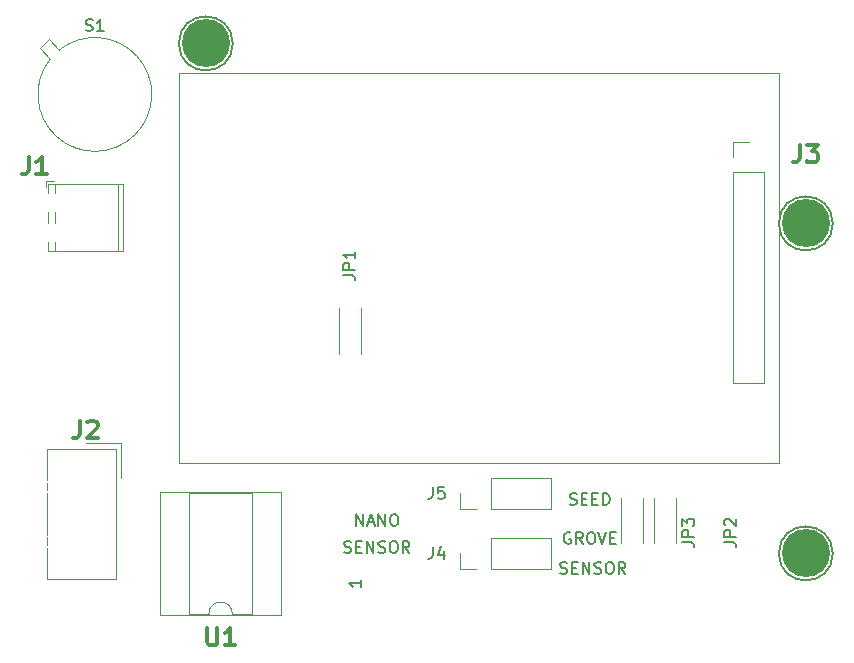
<source format=gbr>
%TF.GenerationSoftware,KiCad,Pcbnew,(6.0.0-rc1-120-ge56e61ffb5)*%
%TF.CreationDate,2022-01-08T17:43:00+01:00*%
%TF.ProjectId,shield_gas_sensor,73686965-6c64-45f6-9761-735f73656e73,1.0*%
%TF.SameCoordinates,Original*%
%TF.FileFunction,Legend,Top*%
%TF.FilePolarity,Positive*%
%FSLAX46Y46*%
G04 Gerber Fmt 4.6, Leading zero omitted, Abs format (unit mm)*
G04 Created by KiCad (PCBNEW (6.0.0-rc1-120-ge56e61ffb5)) date 2022-01-08 17:43:00*
%MOMM*%
%LPD*%
G01*
G04 APERTURE LIST*
%ADD10C,0.150000*%
%ADD11C,0.300000*%
%ADD12C,0.120000*%
%ADD13C,4.064000*%
G04 APERTURE END LIST*
D10*
X137954095Y-118641761D02*
X138096952Y-118689380D01*
X138335047Y-118689380D01*
X138430285Y-118641761D01*
X138477904Y-118594142D01*
X138525523Y-118498904D01*
X138525523Y-118403666D01*
X138477904Y-118308428D01*
X138430285Y-118260809D01*
X138335047Y-118213190D01*
X138144571Y-118165571D01*
X138049333Y-118117952D01*
X138001714Y-118070333D01*
X137954095Y-117975095D01*
X137954095Y-117879857D01*
X138001714Y-117784619D01*
X138049333Y-117737000D01*
X138144571Y-117689380D01*
X138382666Y-117689380D01*
X138525523Y-117737000D01*
X138954095Y-118165571D02*
X139287428Y-118165571D01*
X139430285Y-118689380D02*
X138954095Y-118689380D01*
X138954095Y-117689380D01*
X139430285Y-117689380D01*
X139858857Y-118689380D02*
X139858857Y-117689380D01*
X140430285Y-118689380D01*
X140430285Y-117689380D01*
X140858857Y-118641761D02*
X141001714Y-118689380D01*
X141239809Y-118689380D01*
X141335047Y-118641761D01*
X141382666Y-118594142D01*
X141430285Y-118498904D01*
X141430285Y-118403666D01*
X141382666Y-118308428D01*
X141335047Y-118260809D01*
X141239809Y-118213190D01*
X141049333Y-118165571D01*
X140954095Y-118117952D01*
X140906476Y-118070333D01*
X140858857Y-117975095D01*
X140858857Y-117879857D01*
X140906476Y-117784619D01*
X140954095Y-117737000D01*
X141049333Y-117689380D01*
X141287428Y-117689380D01*
X141430285Y-117737000D01*
X142049333Y-117689380D02*
X142239809Y-117689380D01*
X142335047Y-117737000D01*
X142430285Y-117832238D01*
X142477904Y-118022714D01*
X142477904Y-118356047D01*
X142430285Y-118546523D01*
X142335047Y-118641761D01*
X142239809Y-118689380D01*
X142049333Y-118689380D01*
X141954095Y-118641761D01*
X141858857Y-118546523D01*
X141811238Y-118356047D01*
X141811238Y-118022714D01*
X141858857Y-117832238D01*
X141954095Y-117737000D01*
X142049333Y-117689380D01*
X143477904Y-118689380D02*
X143144571Y-118213190D01*
X142906476Y-118689380D02*
X142906476Y-117689380D01*
X143287428Y-117689380D01*
X143382666Y-117737000D01*
X143430285Y-117784619D01*
X143477904Y-117879857D01*
X143477904Y-118022714D01*
X143430285Y-118117952D01*
X143382666Y-118165571D01*
X143287428Y-118213190D01*
X142906476Y-118213190D01*
X156242095Y-120419761D02*
X156384952Y-120467380D01*
X156623047Y-120467380D01*
X156718285Y-120419761D01*
X156765904Y-120372142D01*
X156813523Y-120276904D01*
X156813523Y-120181666D01*
X156765904Y-120086428D01*
X156718285Y-120038809D01*
X156623047Y-119991190D01*
X156432571Y-119943571D01*
X156337333Y-119895952D01*
X156289714Y-119848333D01*
X156242095Y-119753095D01*
X156242095Y-119657857D01*
X156289714Y-119562619D01*
X156337333Y-119515000D01*
X156432571Y-119467380D01*
X156670666Y-119467380D01*
X156813523Y-119515000D01*
X157242095Y-119943571D02*
X157575428Y-119943571D01*
X157718285Y-120467380D02*
X157242095Y-120467380D01*
X157242095Y-119467380D01*
X157718285Y-119467380D01*
X158146857Y-120467380D02*
X158146857Y-119467380D01*
X158718285Y-120467380D01*
X158718285Y-119467380D01*
X159146857Y-120419761D02*
X159289714Y-120467380D01*
X159527809Y-120467380D01*
X159623047Y-120419761D01*
X159670666Y-120372142D01*
X159718285Y-120276904D01*
X159718285Y-120181666D01*
X159670666Y-120086428D01*
X159623047Y-120038809D01*
X159527809Y-119991190D01*
X159337333Y-119943571D01*
X159242095Y-119895952D01*
X159194476Y-119848333D01*
X159146857Y-119753095D01*
X159146857Y-119657857D01*
X159194476Y-119562619D01*
X159242095Y-119515000D01*
X159337333Y-119467380D01*
X159575428Y-119467380D01*
X159718285Y-119515000D01*
X160337333Y-119467380D02*
X160527809Y-119467380D01*
X160623047Y-119515000D01*
X160718285Y-119610238D01*
X160765904Y-119800714D01*
X160765904Y-120134047D01*
X160718285Y-120324523D01*
X160623047Y-120419761D01*
X160527809Y-120467380D01*
X160337333Y-120467380D01*
X160242095Y-120419761D01*
X160146857Y-120324523D01*
X160099238Y-120134047D01*
X160099238Y-119800714D01*
X160146857Y-119610238D01*
X160242095Y-119515000D01*
X160337333Y-119467380D01*
X161765904Y-120467380D02*
X161432571Y-119991190D01*
X161194476Y-120467380D02*
X161194476Y-119467380D01*
X161575428Y-119467380D01*
X161670666Y-119515000D01*
X161718285Y-119562619D01*
X161765904Y-119657857D01*
X161765904Y-119800714D01*
X161718285Y-119895952D01*
X161670666Y-119943571D01*
X161575428Y-119991190D01*
X161194476Y-119991190D01*
X157107142Y-116975000D02*
X157011904Y-116927380D01*
X156869047Y-116927380D01*
X156726190Y-116975000D01*
X156630952Y-117070238D01*
X156583333Y-117165476D01*
X156535714Y-117355952D01*
X156535714Y-117498809D01*
X156583333Y-117689285D01*
X156630952Y-117784523D01*
X156726190Y-117879761D01*
X156869047Y-117927380D01*
X156964285Y-117927380D01*
X157107142Y-117879761D01*
X157154761Y-117832142D01*
X157154761Y-117498809D01*
X156964285Y-117498809D01*
X158154761Y-117927380D02*
X157821428Y-117451190D01*
X157583333Y-117927380D02*
X157583333Y-116927380D01*
X157964285Y-116927380D01*
X158059523Y-116975000D01*
X158107142Y-117022619D01*
X158154761Y-117117857D01*
X158154761Y-117260714D01*
X158107142Y-117355952D01*
X158059523Y-117403571D01*
X157964285Y-117451190D01*
X157583333Y-117451190D01*
X158773809Y-116927380D02*
X158964285Y-116927380D01*
X159059523Y-116975000D01*
X159154761Y-117070238D01*
X159202380Y-117260714D01*
X159202380Y-117594047D01*
X159154761Y-117784523D01*
X159059523Y-117879761D01*
X158964285Y-117927380D01*
X158773809Y-117927380D01*
X158678571Y-117879761D01*
X158583333Y-117784523D01*
X158535714Y-117594047D01*
X158535714Y-117260714D01*
X158583333Y-117070238D01*
X158678571Y-116975000D01*
X158773809Y-116927380D01*
X159488095Y-116927380D02*
X159821428Y-117927380D01*
X160154761Y-116927380D01*
X160488095Y-117403571D02*
X160821428Y-117403571D01*
X160964285Y-117927380D02*
X160488095Y-117927380D01*
X160488095Y-116927380D01*
X160964285Y-116927380D01*
X157059523Y-114577761D02*
X157202380Y-114625380D01*
X157440476Y-114625380D01*
X157535714Y-114577761D01*
X157583333Y-114530142D01*
X157630952Y-114434904D01*
X157630952Y-114339666D01*
X157583333Y-114244428D01*
X157535714Y-114196809D01*
X157440476Y-114149190D01*
X157250000Y-114101571D01*
X157154761Y-114053952D01*
X157107142Y-114006333D01*
X157059523Y-113911095D01*
X157059523Y-113815857D01*
X157107142Y-113720619D01*
X157154761Y-113673000D01*
X157250000Y-113625380D01*
X157488095Y-113625380D01*
X157630952Y-113673000D01*
X158059523Y-114101571D02*
X158392857Y-114101571D01*
X158535714Y-114625380D02*
X158059523Y-114625380D01*
X158059523Y-113625380D01*
X158535714Y-113625380D01*
X158964285Y-114101571D02*
X159297619Y-114101571D01*
X159440476Y-114625380D02*
X158964285Y-114625380D01*
X158964285Y-113625380D01*
X159440476Y-113625380D01*
X159869047Y-114625380D02*
X159869047Y-113625380D01*
X160107142Y-113625380D01*
X160250000Y-113673000D01*
X160345238Y-113768238D01*
X160392857Y-113863476D01*
X160440476Y-114053952D01*
X160440476Y-114196809D01*
X160392857Y-114387285D01*
X160345238Y-114482523D01*
X160250000Y-114577761D01*
X160107142Y-114625380D01*
X159869047Y-114625380D01*
X138954095Y-116403380D02*
X138954095Y-115403380D01*
X139525523Y-116403380D01*
X139525523Y-115403380D01*
X139954095Y-116117666D02*
X140430285Y-116117666D01*
X139858857Y-116403380D02*
X140192190Y-115403380D01*
X140525523Y-116403380D01*
X140858857Y-116403380D02*
X140858857Y-115403380D01*
X141430285Y-116403380D01*
X141430285Y-115403380D01*
X142096952Y-115403380D02*
X142287428Y-115403380D01*
X142382666Y-115451000D01*
X142477904Y-115546238D01*
X142525523Y-115736714D01*
X142525523Y-116070047D01*
X142477904Y-116260523D01*
X142382666Y-116355761D01*
X142287428Y-116403380D01*
X142096952Y-116403380D01*
X142001714Y-116355761D01*
X141906476Y-116260523D01*
X141858857Y-116070047D01*
X141858857Y-115736714D01*
X141906476Y-115546238D01*
X142001714Y-115451000D01*
X142096952Y-115403380D01*
X139390380Y-120999285D02*
X139390380Y-121570714D01*
X139390380Y-121285000D02*
X138390380Y-121285000D01*
X138533238Y-121380238D01*
X138628476Y-121475476D01*
X138676095Y-121570714D01*
%TO.C,J4*%
X145462666Y-118197380D02*
X145462666Y-118911666D01*
X145415047Y-119054523D01*
X145319809Y-119149761D01*
X145176952Y-119197380D01*
X145081714Y-119197380D01*
X146367428Y-118530714D02*
X146367428Y-119197380D01*
X146129333Y-118149761D02*
X145891238Y-118864047D01*
X146510285Y-118864047D01*
%TO.C,JP1*%
X137882380Y-95194333D02*
X138596666Y-95194333D01*
X138739523Y-95241952D01*
X138834761Y-95337190D01*
X138882380Y-95480047D01*
X138882380Y-95575285D01*
X138882380Y-94718142D02*
X137882380Y-94718142D01*
X137882380Y-94337190D01*
X137930000Y-94241952D01*
X137977619Y-94194333D01*
X138072857Y-94146714D01*
X138215714Y-94146714D01*
X138310952Y-94194333D01*
X138358571Y-94241952D01*
X138406190Y-94337190D01*
X138406190Y-94718142D01*
X138882380Y-93194333D02*
X138882380Y-93765761D01*
X138882380Y-93480047D02*
X137882380Y-93480047D01*
X138025238Y-93575285D01*
X138120476Y-93670523D01*
X138168095Y-93765761D01*
D11*
%TO.C,J3*%
X176538000Y-84141571D02*
X176538000Y-85213000D01*
X176466571Y-85427285D01*
X176323714Y-85570142D01*
X176109428Y-85641571D01*
X175966571Y-85641571D01*
X177109428Y-84141571D02*
X178038000Y-84141571D01*
X177538000Y-84713000D01*
X177752285Y-84713000D01*
X177895142Y-84784428D01*
X177966571Y-84855857D01*
X178038000Y-84998714D01*
X178038000Y-85355857D01*
X177966571Y-85498714D01*
X177895142Y-85570142D01*
X177752285Y-85641571D01*
X177323714Y-85641571D01*
X177180857Y-85570142D01*
X177109428Y-85498714D01*
D10*
%TO.C,JP3*%
X166584380Y-117800333D02*
X167298666Y-117800333D01*
X167441523Y-117847952D01*
X167536761Y-117943190D01*
X167584380Y-118086047D01*
X167584380Y-118181285D01*
X167584380Y-117324142D02*
X166584380Y-117324142D01*
X166584380Y-116943190D01*
X166632000Y-116847952D01*
X166679619Y-116800333D01*
X166774857Y-116752714D01*
X166917714Y-116752714D01*
X167012952Y-116800333D01*
X167060571Y-116847952D01*
X167108190Y-116943190D01*
X167108190Y-117324142D01*
X166584380Y-116419380D02*
X166584380Y-115800333D01*
X166965333Y-116133666D01*
X166965333Y-115990809D01*
X167012952Y-115895571D01*
X167060571Y-115847952D01*
X167155809Y-115800333D01*
X167393904Y-115800333D01*
X167489142Y-115847952D01*
X167536761Y-115895571D01*
X167584380Y-115990809D01*
X167584380Y-116276523D01*
X167536761Y-116371761D01*
X167489142Y-116419380D01*
D11*
%TO.C,J2*%
X115578000Y-107509571D02*
X115578000Y-108581000D01*
X115506571Y-108795285D01*
X115363714Y-108938142D01*
X115149428Y-109009571D01*
X115006571Y-109009571D01*
X116220857Y-107652428D02*
X116292285Y-107581000D01*
X116435142Y-107509571D01*
X116792285Y-107509571D01*
X116935142Y-107581000D01*
X117006571Y-107652428D01*
X117078000Y-107795285D01*
X117078000Y-107938142D01*
X117006571Y-108152428D01*
X116149428Y-109009571D01*
X117078000Y-109009571D01*
D10*
%TO.C,J5*%
X145462666Y-113117380D02*
X145462666Y-113831666D01*
X145415047Y-113974523D01*
X145319809Y-114069761D01*
X145176952Y-114117380D01*
X145081714Y-114117380D01*
X146415047Y-113117380D02*
X145938857Y-113117380D01*
X145891238Y-113593571D01*
X145938857Y-113545952D01*
X146034095Y-113498333D01*
X146272190Y-113498333D01*
X146367428Y-113545952D01*
X146415047Y-113593571D01*
X146462666Y-113688809D01*
X146462666Y-113926904D01*
X146415047Y-114022142D01*
X146367428Y-114069761D01*
X146272190Y-114117380D01*
X146034095Y-114117380D01*
X145938857Y-114069761D01*
X145891238Y-114022142D01*
%TO.C,S1*%
X116083095Y-74467761D02*
X116225952Y-74515380D01*
X116464047Y-74515380D01*
X116559285Y-74467761D01*
X116606904Y-74420142D01*
X116654523Y-74324904D01*
X116654523Y-74229666D01*
X116606904Y-74134428D01*
X116559285Y-74086809D01*
X116464047Y-74039190D01*
X116273571Y-73991571D01*
X116178333Y-73943952D01*
X116130714Y-73896333D01*
X116083095Y-73801095D01*
X116083095Y-73705857D01*
X116130714Y-73610619D01*
X116178333Y-73563000D01*
X116273571Y-73515380D01*
X116511666Y-73515380D01*
X116654523Y-73563000D01*
X117606904Y-74515380D02*
X117035476Y-74515380D01*
X117321190Y-74515380D02*
X117321190Y-73515380D01*
X117225952Y-73658238D01*
X117130714Y-73753476D01*
X117035476Y-73801095D01*
D11*
%TO.C,J1*%
X111260000Y-85157571D02*
X111260000Y-86229000D01*
X111188571Y-86443285D01*
X111045714Y-86586142D01*
X110831428Y-86657571D01*
X110688571Y-86657571D01*
X112760000Y-86657571D02*
X111902857Y-86657571D01*
X112331428Y-86657571D02*
X112331428Y-85157571D01*
X112188571Y-85371857D01*
X112045714Y-85514714D01*
X111902857Y-85586142D01*
D10*
%TO.C,JP2*%
X170140380Y-117800333D02*
X170854666Y-117800333D01*
X170997523Y-117847952D01*
X171092761Y-117943190D01*
X171140380Y-118086047D01*
X171140380Y-118181285D01*
X171140380Y-117324142D02*
X170140380Y-117324142D01*
X170140380Y-116943190D01*
X170188000Y-116847952D01*
X170235619Y-116800333D01*
X170330857Y-116752714D01*
X170473714Y-116752714D01*
X170568952Y-116800333D01*
X170616571Y-116847952D01*
X170664190Y-116943190D01*
X170664190Y-117324142D01*
X170235619Y-116371761D02*
X170188000Y-116324142D01*
X170140380Y-116228904D01*
X170140380Y-115990809D01*
X170188000Y-115895571D01*
X170235619Y-115847952D01*
X170330857Y-115800333D01*
X170426095Y-115800333D01*
X170568952Y-115847952D01*
X171140380Y-116419380D01*
X171140380Y-115800333D01*
D11*
%TO.C,U1*%
X126365142Y-125035571D02*
X126365142Y-126249857D01*
X126436571Y-126392714D01*
X126508000Y-126464142D01*
X126650857Y-126535571D01*
X126936571Y-126535571D01*
X127079428Y-126464142D01*
X127150857Y-126392714D01*
X127222285Y-126249857D01*
X127222285Y-125035571D01*
X128722285Y-126535571D02*
X127865142Y-126535571D01*
X128293714Y-126535571D02*
X128293714Y-125035571D01*
X128150857Y-125249857D01*
X128008000Y-125392714D01*
X127865142Y-125464142D01*
D10*
%TO.C,P6*%
X179324000Y-118745000D02*
G75*
G03*
X179324000Y-118745000I-2286000J0D01*
G01*
%TO.C,P7*%
X128524000Y-75565000D02*
G75*
G03*
X128524000Y-75565000I-2286000J0D01*
G01*
%TO.C,P8*%
X179324000Y-90805000D02*
G75*
G03*
X179324000Y-90805000I-2286000J0D01*
G01*
D12*
%TO.C,J4*%
X150368000Y-120075000D02*
X155508000Y-120075000D01*
X147768000Y-120075000D02*
X147768000Y-118745000D01*
X149098000Y-120075000D02*
X147768000Y-120075000D01*
X150368000Y-120075000D02*
X150368000Y-117415000D01*
X150368000Y-117415000D02*
X155508000Y-117415000D01*
X155508000Y-120075000D02*
X155508000Y-117415000D01*
%TO.C,JP1*%
X137510000Y-101819000D02*
X137510000Y-97979000D01*
X139350000Y-101819000D02*
X139350000Y-97979000D01*
%TO.C,J3*%
X170882000Y-104327000D02*
X173542000Y-104327000D01*
X170882000Y-85217000D02*
X170882000Y-83887000D01*
X170882000Y-85217000D02*
X170882000Y-83887000D01*
X170882000Y-83887000D02*
X172212000Y-83887000D01*
X173542000Y-86487000D02*
X173542000Y-104327000D01*
X170882000Y-86487000D02*
X170882000Y-104327000D01*
X170882000Y-83887000D02*
X172212000Y-83887000D01*
X170882000Y-86487000D02*
X173542000Y-86487000D01*
X123952000Y-111125000D02*
X174752000Y-111125000D01*
X174752000Y-111125000D02*
X174752000Y-78105000D01*
X174752000Y-78105000D02*
X123952000Y-78105000D01*
X123952000Y-78105000D02*
X123952000Y-111125000D01*
%TO.C,JP3*%
X161386000Y-117871000D02*
X161386000Y-114031000D01*
X163226000Y-117871000D02*
X163226000Y-114031000D01*
%TO.C,J2*%
X119078000Y-109395000D02*
X119078000Y-112395000D01*
X116078000Y-109395000D02*
X119078000Y-109395000D01*
X112778000Y-112795000D02*
X112778000Y-113395000D01*
X112778000Y-109895000D02*
X118628000Y-109895000D01*
X118628000Y-109895000D02*
X118628000Y-120945000D01*
X112778000Y-113645000D02*
X112778000Y-117145000D01*
X112778000Y-109895000D02*
X112778000Y-112545000D01*
X112778000Y-118295000D02*
X112778000Y-120945000D01*
X112778000Y-120945000D02*
X118628000Y-120945000D01*
X112778000Y-117395000D02*
X112778000Y-117995000D01*
%TO.C,J5*%
X155508000Y-114995000D02*
X155508000Y-112335000D01*
X150368000Y-114995000D02*
X155508000Y-114995000D01*
X147768000Y-114995000D02*
X147768000Y-113665000D01*
X150368000Y-112335000D02*
X155508000Y-112335000D01*
X149098000Y-114995000D02*
X147768000Y-114995000D01*
X150368000Y-114995000D02*
X150368000Y-112335000D01*
%TO.C,S1*%
X113847916Y-76108098D02*
X112956961Y-75217144D01*
X112956961Y-75217144D02*
X112179144Y-75994961D01*
X112179144Y-75994961D02*
X113070098Y-76885916D01*
X113070326Y-76885629D02*
G75*
G03*
X113847916Y-76108098I3774674J-2997371D01*
G01*
%TO.C,J1*%
X112678000Y-87227000D02*
X112678000Y-87727000D01*
X119238000Y-93127000D02*
X112918000Y-93127000D01*
X113478000Y-87467000D02*
X113478000Y-88237000D01*
X112918000Y-92357000D02*
X112918000Y-93127000D01*
X119238000Y-87467000D02*
X112918000Y-87467000D01*
X113418000Y-87227000D02*
X112678000Y-87227000D01*
X118778000Y-87467000D02*
X118778000Y-93127000D01*
X112918000Y-89817000D02*
X112918000Y-90777000D01*
X113478000Y-89817000D02*
X113478000Y-90777000D01*
X112918000Y-87467000D02*
X112918000Y-88237000D01*
X113478000Y-92357000D02*
X113478000Y-93127000D01*
X119238000Y-87467000D02*
X119238000Y-93127000D01*
%TO.C,JP2*%
X164180000Y-117871000D02*
X164180000Y-114031000D01*
X166020000Y-117871000D02*
X166020000Y-114031000D01*
%TO.C,U1*%
X124838000Y-113595000D02*
X124838000Y-123875000D01*
X132628000Y-113535000D02*
X122348000Y-113535000D01*
X130138000Y-123875000D02*
X130138000Y-113595000D01*
X132628000Y-123935000D02*
X132628000Y-113535000D01*
X122348000Y-113535000D02*
X122348000Y-123935000D01*
X124838000Y-123875000D02*
X126488000Y-123875000D01*
X128488000Y-123875000D02*
X130138000Y-123875000D01*
X130138000Y-113595000D02*
X124838000Y-113595000D01*
X122348000Y-123935000D02*
X132628000Y-123935000D01*
X128488000Y-123875000D02*
G75*
G03*
X126488000Y-123875000I-1000000J0D01*
G01*
%TD*%
D13*
%TO.C,P6*%
X177038000Y-118745000D03*
%TD*%
%TO.C,P7*%
X126238000Y-75565000D03*
%TD*%
%TO.C,P8*%
X177038000Y-90805000D03*
%TD*%
M02*

</source>
